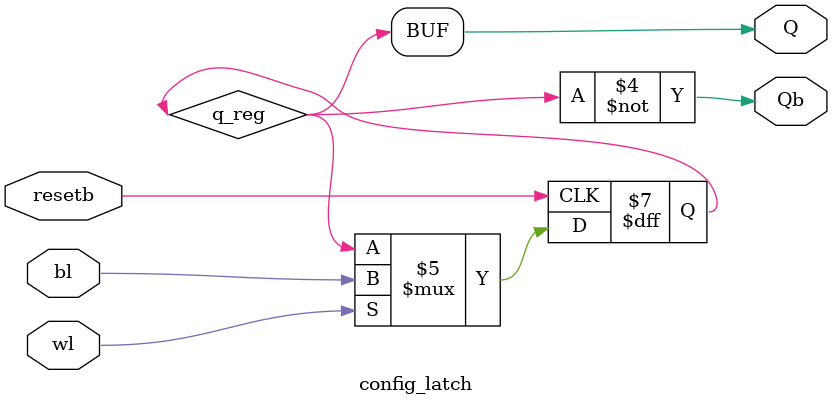
<source format=v>
module config_latch (
  input resetb, // Reset input
  input wl, // Data Enable
  input bl, // Data Input
  output Q, // Q output
  output Qb // Q output
);
//------------Internal Variables--------
reg q_reg;

//-------------Code Starts Here---------
always @ ( posedge resetb) begin
  if (~resetb) begin
    q_reg <= 1'b0;
  end else if (1'b1 == wl) begin
    q_reg <= bl;
  end
end

`ifndef ENABLE_FORMAL_VERIFICATION
// Wire q_reg to Q
assign Q = q_reg;
assign Qb = ~q_reg;
`else
assign Q = 1'bZ;
assign Qb = !Q;
`endif

endmodule

</source>
